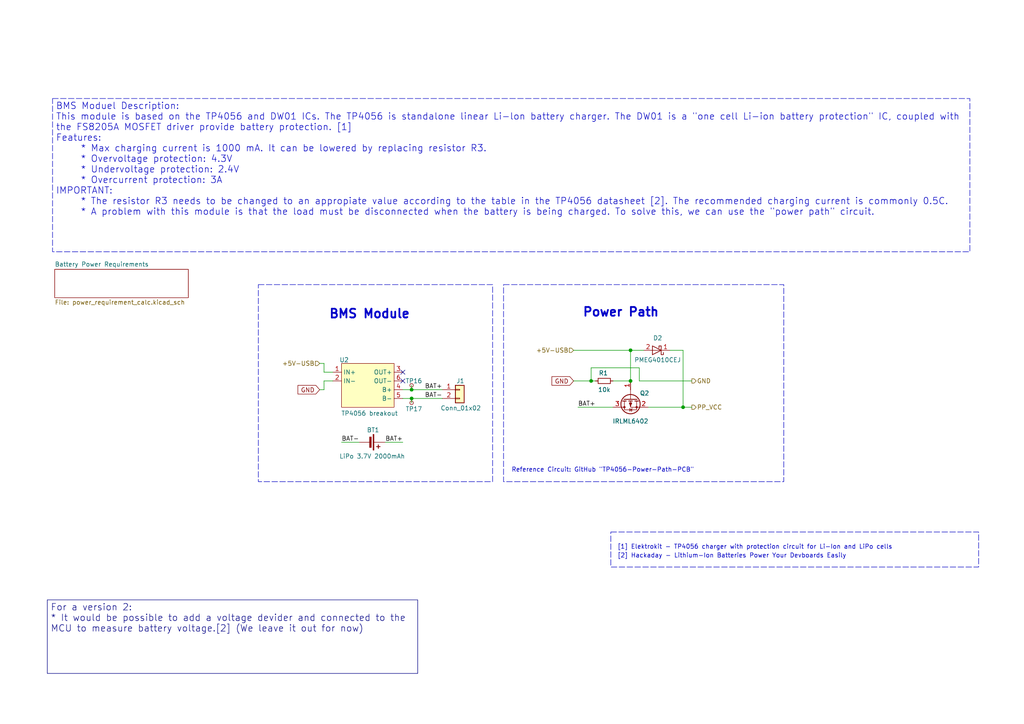
<source format=kicad_sch>
(kicad_sch (version 20250114) (generator "eeschema") (generator_version "9.0")
  (paper "A4")
  (title_block (title "Kitchen_Timer - ${SHEETNAME}") (date "2025-01-26") (rev "v01") (comment 2 "creativecommons.org/licences/4.0/") (comment 3 "Licence: CC BY 4.0") (comment 4 "Author: Nicolas Perozzi"))
  (lib_symbols
    (symbol "Connector:TestPoint_Small" (pin_numbers (hide yes)) (pin_names (offset 0.762) (hide yes))
      (property "Reference" "TP" (at 0 3.81 0))
      (property "Value" "TestPoint_Small" (at 0 2.032 0))
      (symbol "TestPoint_Small_0_1"
        (circle (center 0 0) (radius 0.508))
      )
      (symbol "TestPoint_Small_1_1"
        (pin passive line (at 0 0 90) (length 0) (name "1") (number "1"))
      )
    )
    (symbol "Connector_Generic:Conn_01x02" (pin_names (offset 1.016) (hide yes))
      (property "Reference" "J" (at 0 2.54 0))
      (property "Value" "Conn_01x02" (at 0 -5.08 0))
      (symbol "Conn_01x02_1_1"
        (rectangle (start -1.27 1.27) (end 1.27 -3.81) (stroke (width 0.254)) (fill (type background)))
        (rectangle (start -1.27 0.127) (end 0 -0.127) (stroke (width 0.1524)))
        (rectangle (start -1.27 -2.413) (end 0 -2.667) (stroke (width 0.1524)))
        (pin passive line (at -5.08 0 0) (length 3.81) (name "Pin_1") (number "1"))
        (pin passive line (at -5.08 -2.54 0) (length 3.81) (name "Pin_2") (number "2"))
      )
    )
    (symbol "Device:Battery_Cell" (pin_numbers (hide yes)) (pin_names (offset 0) (hide yes))
      (property "Reference" "BT" (at 2.54 2.54 0))
      (property "Value" "Battery_Cell" (at 2.54 0 0))
      (symbol "Battery_Cell_0_1"
        (rectangle (start -2.286 1.778) (end 2.286 1.524) (fill (type outline)))
        (rectangle (start -1.524 1.016) (end 1.524 0.508) (fill (type outline)))
        (polyline (pts (xy 0 1.778) (xy 0 2.54)))
        (polyline (pts (xy 0 0.762) (xy 0 0)))
        (polyline (pts (xy 0.762 3.048) (xy 1.778 3.048)) (stroke (width 0.254)))
        (polyline (pts (xy 1.27 3.556) (xy 1.27 2.54)) (stroke (width 0.254)))
      )
      (symbol "Battery_Cell_1_1"
        (pin passive line (at 0 5.08 270) (length 2.54) (name "+") (number "1"))
        (pin passive line (at 0 -2.54 90) (length 2.54) (name "-") (number "2"))
      )
    )
    (symbol "Device:R_Small" (pin_numbers (hide yes)) (pin_names (offset 0.254) (hide yes))
      (property "Reference" "R" (at 0.762 0.508 0))
      (property "Value" "R_Small" (at 0.762 -1.016 0))
      (symbol "R_Small_0_1"
        (rectangle (start -0.762 1.778) (end 0.762 -1.778) (stroke (width 0.2032)))
      )
      (symbol "R_Small_1_1"
        (pin passive line (at 0 2.54 270) (length 0.762) (name "~") (number "1"))
        (pin passive line (at 0 -2.54 90) (length 0.762) (name "~") (number "2"))
      )
    )
    (symbol "Transistor_FET:IRLML6402" (pin_names (hide yes))
      (property "Reference" "Q" (at 5.08 1.905 0))
      (property "Value" "IRLML6402" (at 5.08 0 0))
      (symbol "IRLML6402_0_1"
        (polyline (pts (xy 0.254 1.905) (xy 0.254 -1.905)) (stroke (width 0.254)))
        (polyline (pts (xy 0.254 0) (xy -2.54 0)))
        (polyline (pts (xy 0.762 2.286) (xy 0.762 1.27)) (stroke (width 0.254)))
        (polyline (pts (xy 0.762 1.778) (xy 3.302 1.778) (xy 3.302 -1.778) (xy 0.762 -1.778)))
        (polyline (pts (xy 0.762 0.508) (xy 0.762 -0.508)) (stroke (width 0.254)))
        (polyline (pts (xy 0.762 -1.27) (xy 0.762 -2.286)) (stroke (width 0.254)))
        (circle (center 1.651 0) (radius 2.794) (stroke (width 0.254)))
        (polyline (pts (xy 2.286 0) (xy 1.27 0.381) (xy 1.27 -0.381) (xy 2.286 0)) (fill (type outline)))
        (polyline (pts (xy 2.54 2.54) (xy 2.54 1.778)))
        (circle (center 2.54 1.778) (radius 0.254) (fill (type outline)))
        (circle (center 2.54 -1.778) (radius 0.254) (fill (type outline)))
        (polyline (pts (xy 2.54 -2.54) (xy 2.54 0) (xy 0.762 0)))
        (polyline (pts (xy 2.794 -0.508) (xy 2.921 -0.381) (xy 3.683 -0.381) (xy 3.81 -0.254)))
        (polyline (pts (xy 3.302 -0.381) (xy 2.921 0.254) (xy 3.683 0.254) (xy 3.302 -0.381)))
      )
      (symbol "IRLML6402_1_1"
        (pin input line (at -5.08 0 0) (length 2.54) (name "G") (number "1"))
        (pin passive line (at 2.54 5.08 270) (length 2.54) (name "D") (number "3"))
        (pin passive line (at 2.54 -5.08 90) (length 2.54) (name "S") (number "2"))
      )
    )
    (symbol "kitchen_timer-symbols_lib:PMEG4010CEJ" (pin_names (hide yes))
      (property "Reference" "D3" (at -0.254 -3.556 0))
      (property "Value" "PMEG4010CEJ" (at -0.254 2.794 0))
      (symbol "PMEG4010CEJ_0_1"
        (polyline (pts (xy -1.905 0.635) (xy -1.905 1.27) (xy -1.27 1.27) (xy -1.27 -1.27) (xy -0.635 -1.27) (xy -0.635 -0.635)) (stroke (width 0.2032)))
        (polyline (pts (xy 1.27 1.27) (xy 1.27 -1.27) (xy -1.27 0) (xy 1.27 1.27)) (stroke (width 0.2032)))
        (polyline (pts (xy 1.27 0) (xy -1.27 0)))
      )
      (symbol "PMEG4010CEJ_1_1"
        (pin passive line (at -3.81 0 0) (length 2.54) (name "K") (number "1"))
        (pin passive line (at 3.81 0 180) (length 2.54) (name "A") (number "2"))
      )
    )
    (symbol "kitchen_timer-symbols_lib:TP4056 breakout"
      (property "Reference" "U" (at -6.858 7.366 0))
      (property "Value" "TP4056 breakout" (at 0.508 -8.128 0))
      (symbol "TP4056 breakout_1_1"
        (rectangle (start -7.62 6.35) (end 7.62 -6.35) (fill (type background)))
        (pin passive line (at -10.16 3.81 0) (length 2.54) (name "IN+") (number "1"))
        (pin passive line (at -10.16 1.27 0) (length 2.54) (name "IN-") (number "2"))
        (pin passive line (at 10.16 3.81 180) (length 2.54) (name "OUT+") (number "3"))
        (pin passive line (at 10.16 1.27 180) (length 2.54) (name "OUT-") (number "6"))
        (pin passive line (at 10.16 -1.27 180) (length 2.54) (name "B+") (number "4"))
        (pin passive line (at 10.16 -3.81 180) (length 2.54) (name "B-") (number "5"))
      )
    )
  )
  (rectangle (start 74.93 82.55) (end 142.875 139.7) (stroke (width 0) (type dash)))
  (rectangle (start 146.05 82.55) (end 227.33 139.7) (stroke (width 0) (type dash)))
  (rectangle (start 177.165 154.305) (end 283.845 164.465) (stroke (width 0) (type dash)))
  (text "${SHEETNAME}" (at 15.24 21.336 0) (effects (font (size 3.81 3.81) (thickness 0.762) (bold yes)) (justify left)))
  (text "BMS Module" (at 107.188 91.186 0) (effects (font (size 2.54 2.54) (thickness 0.508) (bold yes))))
  (text "[1] Elektrokit - TP4056 charger with protection circuit for Li-Ion and LiPo cells" (at 179.07 157.988 0) (effects (font (size 1.27 1.27) (thickness 0.1588)) (justify left top)))
  (text "Power Path" (at 180.086 90.678 0) (effects (font (size 2.54 2.54) (thickness 0.508) (bold yes))))
  (text "[2] Hackaday - Lithium-Ion Batteries Power Your Devboards Easily" (at 179.07 160.528 0) (effects (font (size 1.27 1.27) (thickness 0.1588)) (justify left top)))
  (text "Reference Circuit: GitHub \"TP4056-Power-Path-PCB\"" (at 148.336 135.636 0) (effects (font (size 1.27 1.27) (thickness 0.1588)) (justify left top)))
  (text_box "For a version 2:\n* It would be possible to add a voltage devider and connected to the MCU to measure battery voltage.[2] (We leave it out for now)\n" (at 13.716 173.99 0) (size 107.442 21.336) (margins 0.9525 0.9525 0.9525 0.9525) (stroke (width 0) (color 0 0 132 1)) (effects (font (size 1.905 1.905)) (justify left top)))
  (text_box "BMS Moduel Description:\nThis module is based on the TP4056 and DW01 ICs. The TP4056 is standalone linear Li-lon battery charger. The DW01 is a \"one cell Li-ion battery protection\" IC, coupled with the FS8205A MOSFET driver provide battery protection. [1]\nFeatures:\n	* Max charging current is 1000 mA. It can be lowered by replacing resistor R3.\n	* Overvoltage protection: 4.3V\n	* Undervoltage protection: 2.4V\n	* Overcurrent protection: 3A	\nIMPORTANT:\n	* The resistor R3 needs to be changed to an appropiate value according to the table in the TP4056 datasheet [2]. The recommended charging current is commonly 0.5C.\n	* A problem with this module is that the load must be disconnected when the battery is being charged. To solve this, we can use the \"power path\" circuit.\n" (at 15.24 28.575 0) (size 266.065 44.45) (margins 0.9525 0.9525 0.9525 0.9525) (stroke (width 0) (type dash)) (effects (font (size 1.905 1.905) (thickness 0.1588)) (justify left top)))
  (junction (at 182.88 110.49))
  (junction (at 119.38 113.03))
  (junction (at 182.88 101.6))
  (junction (at 171.45 110.49))
  (junction (at 119.38 115.57))
  (junction (at 198.12 118.11))
  (no_connect (at 116.84 110.49))
  (no_connect (at 116.84 107.95))
  (wire (pts (xy 119.38 115.57) (xy 128.27 115.57)))
  (wire (pts (xy 198.12 118.11) (xy 200.66 118.11)))
  (wire (pts (xy 166.37 101.6) (xy 182.88 101.6)))
  (wire (pts (xy 93.98 105.41) (xy 93.98 107.95)))
  (wire (pts (xy 119.38 111.76) (xy 119.38 113.03)))
  (wire (pts (xy 119.38 113.03) (xy 128.27 113.03)))
  (wire (pts (xy 116.84 115.57) (xy 119.38 115.57)))
  (wire (pts (xy 198.12 101.6) (xy 194.31 101.6)))
  (wire (pts (xy 111.76 128.27) (xy 116.84 128.27)))
  (wire (pts (xy 93.98 113.03) (xy 92.71 113.03)))
  (wire (pts (xy 166.37 110.49) (xy 171.45 110.49)))
  (wire (pts (xy 116.84 113.03) (xy 119.38 113.03)))
  (wire (pts (xy 177.8 110.49) (xy 182.88 110.49)))
  (wire (pts (xy 119.38 115.57) (xy 119.38 116.84)))
  (wire (pts (xy 187.96 118.11) (xy 198.12 118.11)))
  (wire (pts (xy 93.98 107.95) (xy 96.52 107.95)))
  (wire (pts (xy 198.12 101.6) (xy 198.12 118.11)))
  (wire (pts (xy 171.45 110.49) (xy 172.72 110.49)))
  (wire (pts (xy 93.98 105.41) (xy 92.71 105.41)))
  (wire (pts (xy 185.42 110.49) (xy 200.66 110.49)))
  (wire (pts (xy 185.42 110.49) (xy 185.42 106.68)))
  (wire (pts (xy 171.45 106.68) (xy 171.45 110.49)))
  (wire (pts (xy 93.98 110.49) (xy 93.98 113.03)))
  (wire (pts (xy 182.88 101.6) (xy 186.69 101.6)))
  (wire (pts (xy 177.8 118.11) (xy 167.64 118.11)))
  (wire (pts (xy 185.42 106.68) (xy 171.45 106.68)))
  (wire (pts (xy 182.88 101.6) (xy 182.88 110.49)))
  (wire (pts (xy 93.98 110.49) (xy 96.52 110.49)))
  (wire (pts (xy 99.06 128.27) (xy 104.14 128.27)))
  (label "BAT+" (at 116.84 128.27 180))
  (label "BAT+" (at 167.64 118.11 0))
  (label "BAT+" (at 123.19 113.03 0))
  (label "BAT-" (at 123.19 115.57 0))
  (label "BAT-" (at 99.06 128.27 0))
  (global_label "GND" (shape input) (at 166.37 110.49 180) (property "Intersheetrefs" "${INTERSHEET_REFS}" (effects (hide yes))))
  (global_label "GND" (shape input) (at 92.71 113.03 180) (property "Intersheetrefs" "${INTERSHEET_REFS}" (effects (hide yes))))
  (hierarchical_label "PP_VCC" (shape output) (at 200.66 118.11 0))
  (hierarchical_label "GND" (shape output) (at 200.66 110.49 0))
  (hierarchical_label "+5V-USB" (shape input) (at 166.37 101.6 180))
  (hierarchical_label "+5V-USB" (shape input) (at 92.71 105.41 180))
  (symbol (lib_id "kitchen_timer-symbols_lib:PMEG4010CEJ") (at 190.5 101.6 180) (unit 1)
    (property "Reference" "D2" (at 190.754 98.044 0))
    (property "Value" "PMEG4010CEJ" (at 190.754 104.394 0))
    (property "Footprint" "Diode_SMD:D_SOD-323F" (effects (hide yes)))
    (property "Datasheet" "https://jlcpcb.com/api/file/downloadByFileSystemAccessId/8586185406685851648" (effects (hide yes)))
    (property "Description" "40V 570mV@1A 1A SOD-323F Schottky Diodes ROHS" (effects (hide yes)))
    (property "Supplier Link" "https://jlcpcb.com/partdetail/Nexperia-PMEG4010CEJ115/C50704" (effects (hide yes)))
    (property "Package" "SOD-323F" (effects (hide yes)))
    (property "Supplier Name" "JLCPCB" (effects (hide yes)))
    (property "Manuf. Part #" "PMEG4010CEJ,115" (effects (hide yes)))
    (property "Supplier Unit Price" " $0.0612" (effects (hide yes)))
    (property "Manuf. Name" "Nexperia" (effects (hide yes)))
    (property "Supplier Part #" "C50704" (effects (hide yes)))
  )
  (symbol (lib_id "Device:R_Small") (at 175.26 110.49 90) (unit 1)
    (property "Reference" "R1" (at 175.006 108.204 90))
    (property "Value" "10k" (at 175.26 113.03 90))
    (property "Footprint" "Resistor_SMD:R_0805_2012Metric_Pad1.20x1.40mm_HandSolder" (effects (hide yes)))
    (property "Datasheet" "https://jlcpcb.com/api/file/downloadByFileSystemAccessId/8562006748401074176" (effects (hide yes)))
    (property "Description" "10k, 0805" (effects (hide yes)))
    (property "Supplier Link" "https://jlcpcb.com/partdetail/18102-0805W8F1002T5E/C17414" (effects (hide yes)))
    (property "Package" "0805" (effects (hide yes)))
    (property "Supplier Name" "JLCPCB" (effects (hide yes)))
    (property "Manuf. Part #" "0805W8F1002T5E" (effects (hide yes)))
    (property "Supplier Unit Price" "$0.0017" (effects (hide yes)))
    (property "Manuf. Name" "UNI-ROYAL(Uniroyal Elec)" (effects (hide yes)))
    (property "Supplier Part #" "C17414" (effects (hide yes)))
  )
  (symbol (lib_id "Transistor_FET:IRLML6402") (at 182.88 115.57 90) (mirror x) (unit 1)
    (property "Reference" "Q2" (at 186.944 114.046 90))
    (property "Value" "IRLML6402" (at 182.88 122.174 90))
    (property "Footprint" "Package_TO_SOT_SMD:SOT-23" (effects (hide yes)))
    (property "Datasheet" "https://jlcpcb.com/api/file/downloadByFileSystemAccessId/8579710937017729024" (effects (hide yes)))
    (property "Description" "20V 3.7A 1.3W 65mΩ@4.5V,3.7A 1.2V@250uA 1 Piece P-Channel SOT-23 MOSFETs ROHS" (effects (hide yes)))
    (property "Supplier Link" "https://jlcpcb.com/partdetail/InfineonTechnologies-IRLML6402TRPBF/C2593" (effects (hide yes)))
    (property "Package" "SOT-23" (effects (hide yes)))
    (property "Supplier Name" "JLCPCB" (effects (hide yes)))
    (property "Manuf. Part #" "IRLML6402TRPBF" (effects (hide yes)))
    (property "Supplier Unit Price" " $0.0795" (effects (hide yes)))
    (property "Manuf. Name" "Infineon Technologies" (effects (hide yes)))
    (property "Supplier Part #" "C2593" (effects (hide yes)))
  )
  (symbol (lib_id "Connector:TestPoint_Small") (at 119.38 111.76 0) (unit 1)
    (property "Reference" "TP16" (at 117.602 110.49 0) (effects (justify left)))
    (property "Value" "TestPoint" (effects (hide yes)))
    (property "Footprint" "TestPoint:TestPoint_Pad_D2.0mm" (effects (hide yes)))
    (property "Description" "Test Point, 2.0mm" (effects (hide yes)))
  )
  (symbol (lib_id "Connector_Generic:Conn_01x02") (at 133.35 113.03 0) (unit 1) (in_bom no)
    (property "Reference" "J1" (at 132.334 110.49 0) (effects (justify left)))
    (property "Value" "Conn_01x02" (at 127.762 118.364 0) (effects (justify left)))
    (property "Footprint" "kitchen_timer:JST_XH_1x02_P2.54mm_Vertical" (effects (hide yes)))
    (property "Description" "Generic connector, single row, 01x02, script generated (kicad-library-utils/schlib/autogen/connector/)" (effects (hide yes)))
    (property "Package" "JST_XH_1x02_P2.54mm_Vertical" (effects (hide yes)))
    (property "Supplier Name" "Nico Stash" (effects (hide yes)))
  )
  (symbol (lib_id "Device:Battery_Cell") (at 106.68 128.27 270) (unit 1) (in_bom no) (on_board no)
    (property "Reference" "BT1" (at 108.204 124.714 90))
    (property "Value" "LiPo 3.7V 2000mAh" (at 107.95 132.334 90))
    (property "Description" "Single-cell battery" (effects (hide yes)))
  )
  (symbol (lib_id "Connector:TestPoint_Small") (at 119.38 116.84 0) (unit 1)
    (property "Reference" "TP17" (at 117.602 118.618 0) (effects (justify left)))
    (property "Value" "TestPoint" (effects (hide yes)))
    (property "Footprint" "TestPoint:TestPoint_Pad_D2.0mm" (effects (hide yes)))
    (property "Description" "Test Point, 2.0mm" (effects (hide yes)))
  )
  (symbol (lib_id "kitchen_timer-symbols_lib:TP4056 breakout") (at 106.68 111.76 0) (unit 1)
    (property "Reference" "U2" (at 99.822 104.394 0) (effects (font (thickness 0.1588))))
    (property "Value" "TP4056 breakout" (at 107.188 119.888 0))
    (property "Footprint" "kitchen_timer:TP4056_BREAKOUT" (effects (hide yes)))
    (property "Datasheet" "https://dlnmh9ip6v2uc.cloudfront.net/datasheets/Prototyping/TP4056.pdf" (effects (hide yes)))
    (property "Description" "TP4056 charger with protection for Li-Ion and LiPo cell" (effects (hide yes)))
    (property "Package" "Module" (effects (hide yes)))
    (property "Supplier Link" "https://www.electrokit.com/batteriladdare-lipo-microusb" (effects (hide yes)))
    (property "Supplier Name" "ELECTROKIT" (effects (hide yes)))
    (property "Manuf. Part #" "TP4056" (effects (hide yes)))
    (property "Supplier Unit Price" "45 kr" (effects (hide yes)))
    (property "Part Num" "NA" (effects (hide yes)))
    (property "Manuf. Name" "Unknown" (effects (hide yes)))
    (property "Supplier Part #" "41018444" (effects (hide yes)))
  )
  (sheet (at 15.875 78.105) (size 38.735 8.255) (stroke (width 0.1524))
    (property "Sheetname" "Battery Power Requirements" (at 15.875 77.3934 0) (effects (justify left bottom)))
    (property "Sheetfile" "power_requirement_calc.kicad_sch" (at 15.875 86.9446 0) (effects (justify left top)))
  )
)
</source>
